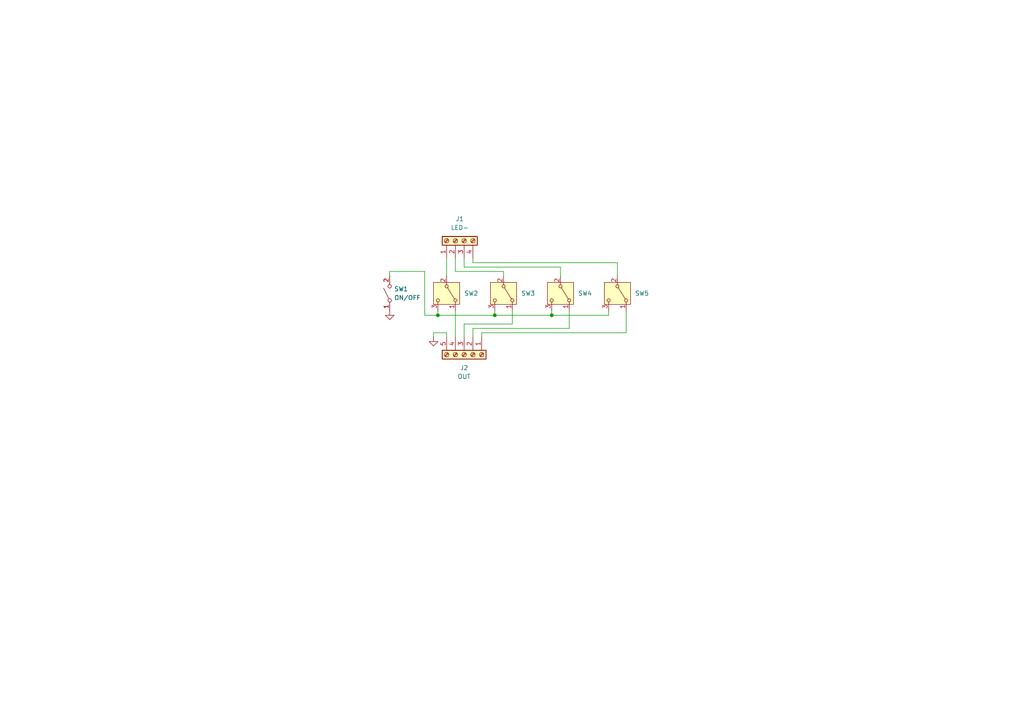
<source format=kicad_sch>
(kicad_sch (version 20231120) (generator "eeschema") (generator_version "8.0")
  (paper "A4")
  (title_block (title "Domoticata emergency switches panel") (date "2024-08-29") (rev "0.1") (company "Davide Scalisi"))
  (lib_symbols
    (symbol "Connector:Screw_Terminal_01x04" (pin_names (offset 1.016) hide)
      (property "Reference" "J" (at 0 5.08 0))
      (property "Value" "Screw_Terminal_01x04" (at 0 -7.62 0))
      (symbol "Screw_Terminal_01x04_1_1"
        (rectangle (start -1.27 3.81) (end 1.27 -6.35) (stroke (width 0.254)) (fill (type background)))
        (circle (center 0 -5.08) (radius 0.635) (stroke (width 0.1524)))
        (circle (center 0 -2.54) (radius 0.635) (stroke (width 0.1524)))
        (polyline (pts (xy -0.5334 -4.7498) (xy 0.3302 -5.588)) (stroke (width 0.1524)))
        (polyline (pts (xy -0.5334 -2.2098) (xy 0.3302 -3.048)) (stroke (width 0.1524)))
        (polyline (pts (xy -0.5334 0.3302) (xy 0.3302 -0.508)) (stroke (width 0.1524)))
        (polyline (pts (xy -0.5334 2.8702) (xy 0.3302 2.032)) (stroke (width 0.1524)))
        (polyline (pts (xy -0.3556 -4.572) (xy 0.508 -5.4102)) (stroke (width 0.1524)))
        (polyline (pts (xy -0.3556 -2.032) (xy 0.508 -2.8702)) (stroke (width 0.1524)))
        (polyline (pts (xy -0.3556 0.508) (xy 0.508 -0.3302)) (stroke (width 0.1524)))
        (polyline (pts (xy -0.3556 3.048) (xy 0.508 2.2098)) (stroke (width 0.1524)))
        (circle (center 0 0) (radius 0.635) (stroke (width 0.1524)))
        (circle (center 0 2.54) (radius 0.635) (stroke (width 0.1524)))
        (pin passive line (at -5.08 2.54 0) (length 3.81) (name "Pin_1") (number "1"))
        (pin passive line (at -5.08 0 0) (length 3.81) (name "Pin_2") (number "2"))
        (pin passive line (at -5.08 -2.54 0) (length 3.81) (name "Pin_3") (number "3"))
        (pin passive line (at -5.08 -5.08 0) (length 3.81) (name "Pin_4") (number "4"))
      )
    )
    (symbol "Connector:Screw_Terminal_01x05" (pin_names (offset 1.016) hide)
      (property "Reference" "J" (at 0 7.62 0))
      (property "Value" "Screw_Terminal_01x05" (at 0 -7.62 0))
      (symbol "Screw_Terminal_01x05_1_1"
        (rectangle (start -1.27 6.35) (end 1.27 -6.35) (stroke (width 0.254)) (fill (type background)))
        (circle (center 0 -5.08) (radius 0.635) (stroke (width 0.1524)))
        (circle (center 0 -2.54) (radius 0.635) (stroke (width 0.1524)))
        (polyline (pts (xy -0.5334 -4.7498) (xy 0.3302 -5.588)) (stroke (width 0.1524)))
        (polyline (pts (xy -0.5334 -2.2098) (xy 0.3302 -3.048)) (stroke (width 0.1524)))
        (polyline (pts (xy -0.5334 0.3302) (xy 0.3302 -0.508)) (stroke (width 0.1524)))
        (polyline (pts (xy -0.5334 2.8702) (xy 0.3302 2.032)) (stroke (width 0.1524)))
        (polyline (pts (xy -0.5334 5.4102) (xy 0.3302 4.572)) (stroke (width 0.1524)))
        (polyline (pts (xy -0.3556 -4.572) (xy 0.508 -5.4102)) (stroke (width 0.1524)))
        (polyline (pts (xy -0.3556 -2.032) (xy 0.508 -2.8702)) (stroke (width 0.1524)))
        (polyline (pts (xy -0.3556 0.508) (xy 0.508 -0.3302)) (stroke (width 0.1524)))
        (polyline (pts (xy -0.3556 3.048) (xy 0.508 2.2098)) (stroke (width 0.1524)))
        (polyline (pts (xy -0.3556 5.588) (xy 0.508 4.7498)) (stroke (width 0.1524)))
        (circle (center 0 0) (radius 0.635) (stroke (width 0.1524)))
        (circle (center 0 2.54) (radius 0.635) (stroke (width 0.1524)))
        (circle (center 0 5.08) (radius 0.635) (stroke (width 0.1524)))
        (pin passive line (at -5.08 5.08 0) (length 3.81) (name "Pin_1") (number "1"))
        (pin passive line (at -5.08 2.54 0) (length 3.81) (name "Pin_2") (number "2"))
        (pin passive line (at -5.08 0 0) (length 3.81) (name "Pin_3") (number "3"))
        (pin passive line (at -5.08 -2.54 0) (length 3.81) (name "Pin_4") (number "4"))
        (pin passive line (at -5.08 -5.08 0) (length 3.81) (name "Pin_5") (number "5"))
      )
    )
    (symbol "Switch:SW_SPDT" (pin_names (offset 0) hide)
      (property "Reference" "SW" (at 0 5.08 0))
      (property "Value" "SW_SPDT" (at 0 -5.08 0))
      (symbol "SW_SPDT_0_1"
        (circle (center -2.032 0) (radius 0.4572))
        (polyline (pts (xy -1.651 0.254) (xy 1.651 2.286)))
        (circle (center 2.032 -2.54) (radius 0.4572))
        (circle (center 2.032 2.54) (radius 0.4572))
      )
      (symbol "SW_SPDT_1_1"
        (rectangle (start -3.175 3.81) (end 3.175 -3.81) (fill (type background)))
        (pin passive line (at 5.08 2.54 180) (length 2.54) (name "A") (number "1"))
        (pin passive line (at -5.08 0 0) (length 2.54) (name "B") (number "2"))
        (pin passive line (at 5.08 -2.54 180) (length 2.54) (name "C") (number "3"))
      )
    )
    (symbol "Switch:SW_SPST" (pin_names (offset 0) hide)
      (property "Reference" "SW" (at 0 3.175 0))
      (property "Value" "SW_SPST" (at 0 -2.54 0))
      (symbol "SW_SPST_0_0"
        (circle (center -2.032 0) (radius 0.508))
        (polyline (pts (xy -1.524 0.254) (xy 1.524 1.778)))
        (circle (center 2.032 0) (radius 0.508))
      )
      (symbol "SW_SPST_1_1"
        (pin passive line (at -5.08 0 0) (length 2.54) (name "A") (number "1"))
        (pin passive line (at 5.08 0 180) (length 2.54) (name "B") (number "2"))
      )
    )
    (symbol "power:GND" (power) (pin_numbers hide) (pin_names (offset 0) hide)
      (property "Value" "GND" (at 0 -3.81 0))
      (symbol "GND_0_1"
        (polyline (pts (xy 0 0) (xy 0 -1.27) (xy 1.27 -1.27) (xy 0 -2.54) (xy -1.27 -1.27) (xy 0 -1.27)))
      )
      (symbol "GND_1_1"
        (pin power_in line (at 0 0 270) (length 0) (name "~") (number "1"))
      )
    )
  )
  (junction (at 143.51 91.44))
  (junction (at 127 91.44))
  (junction (at 160.02 91.44))
  (wire (pts (xy 113.03 78.74) (xy 113.03 80.01)))
  (wire (pts (xy 123.19 78.74) (xy 113.03 78.74)))
  (wire (pts (xy 127 91.44) (xy 143.51 91.44)))
  (wire (pts (xy 179.07 76.2) (xy 179.07 80.01)))
  (wire (pts (xy 137.16 95.25) (xy 165.1 95.25)))
  (wire (pts (xy 127 91.44) (xy 127 90.17)))
  (wire (pts (xy 139.7 96.52) (xy 181.61 96.52)))
  (wire (pts (xy 134.62 74.93) (xy 134.62 77.47)))
  (wire (pts (xy 125.73 97.79) (xy 125.73 96.52)))
  (wire (pts (xy 162.56 77.47) (xy 162.56 80.01)))
  (wire (pts (xy 160.02 91.44) (xy 176.53 91.44)))
  (wire (pts (xy 143.51 91.44) (xy 143.51 90.17)))
  (wire (pts (xy 123.19 91.44) (xy 123.19 78.74)))
  (wire (pts (xy 146.05 78.74) (xy 146.05 80.01)))
  (wire (pts (xy 134.62 77.47) (xy 162.56 77.47)))
  (wire (pts (xy 137.16 97.79) (xy 137.16 95.25)))
  (wire (pts (xy 137.16 74.93) (xy 137.16 76.2)))
  (wire (pts (xy 134.62 93.98) (xy 148.59 93.98)))
  (wire (pts (xy 132.08 90.17) (xy 132.08 97.79)))
  (wire (pts (xy 139.7 97.79) (xy 139.7 96.52)))
  (wire (pts (xy 125.73 96.52) (xy 129.54 96.52)))
  (wire (pts (xy 132.08 74.93) (xy 132.08 78.74)))
  (wire (pts (xy 137.16 76.2) (xy 179.07 76.2)))
  (wire (pts (xy 181.61 96.52) (xy 181.61 90.17)))
  (wire (pts (xy 129.54 96.52) (xy 129.54 97.79)))
  (wire (pts (xy 176.53 91.44) (xy 176.53 90.17)))
  (wire (pts (xy 165.1 95.25) (xy 165.1 90.17)))
  (wire (pts (xy 160.02 91.44) (xy 160.02 90.17)))
  (wire (pts (xy 134.62 97.79) (xy 134.62 93.98)))
  (wire (pts (xy 148.59 93.98) (xy 148.59 90.17)))
  (wire (pts (xy 143.51 91.44) (xy 160.02 91.44)))
  (wire (pts (xy 129.54 74.93) (xy 129.54 80.01)))
  (wire (pts (xy 132.08 78.74) (xy 146.05 78.74)))
  (wire (pts (xy 127 91.44) (xy 123.19 91.44)))
  (symbol (lib_id "Switch:SW_SPDT") (at 162.56 85.09 270) (unit 1)
    (property "Reference" "SW4" (at 167.64 85.0899 90) (effects (justify left)))
    (property "Value" "SW_SPDT" (effects (hide yes)))
    (property "Description" "Switch, single pole double throw" (effects (hide yes)))
  )
  (symbol (lib_id "Switch:SW_SPDT") (at 129.54 85.09 270) (unit 1)
    (property "Reference" "SW2" (at 134.62 85.0899 90) (effects (justify left)))
    (property "Value" "SW_SPDT" (effects (hide yes)))
    (property "Description" "Switch, single pole double throw" (effects (hide yes)))
  )
  (symbol (lib_id "Switch:SW_SPDT") (at 179.07 85.09 270) (unit 1)
    (property "Reference" "SW5" (at 184.15 85.0899 90) (effects (justify left)))
    (property "Value" "SW_SPDT" (effects (hide yes)))
    (property "Description" "Switch, single pole double throw" (effects (hide yes)))
  )
  (symbol (lib_id "Connector:Screw_Terminal_01x05") (at 134.62 102.87 270) (unit 1)
    (property "Reference" "J2" (at 134.62 106.68 90))
    (property "Value" "OUT" (at 134.62 109.22 90))
    (property "Description" "Generic screw terminal, single row, 01x05, script generated (kicad-library-utils/schlib/autogen/connector/)" (effects (hide yes)))
  )
  (symbol (lib_id "Switch:SW_SPST") (at 113.03 85.09 90) (unit 1)
    (property "Reference" "SW1" (at 114.3 83.8199 90) (effects (justify right)))
    (property "Value" "ON/OFF" (at 114.3 86.3599 90) (effects (justify right)))
    (property "Description" "Single Pole Single Throw (SPST) switch" (effects (hide yes)))
  )
  (symbol (lib_id "power:GND") (at 113.03 90.17 0) (unit 1)
    (property "Reference" "#PWR01" (effects (hide yes)))
    (property "Value" "GND" (effects (hide yes)))
    (property "Description" "Power symbol creates a global label with name \"GND\" , ground" (effects (hide yes)))
  )
  (symbol (lib_id "Switch:SW_SPDT") (at 146.05 85.09 270) (unit 1)
    (property "Reference" "SW3" (at 151.13 85.0899 90) (effects (justify left)))
    (property "Value" "SW_SPDT" (effects (hide yes)))
    (property "Description" "Switch, single pole double throw" (effects (hide yes)))
  )
  (symbol (lib_id "Connector:Screw_Terminal_01x04") (at 132.08 69.85 90) (unit 1)
    (property "Reference" "J1" (at 133.35 63.5 90))
    (property "Value" "LED-" (at 133.35 66.04 90))
    (property "Description" "Generic screw terminal, single row, 01x04, script generated (kicad-library-utils/schlib/autogen/connector/)" (effects (hide yes)))
  )
  (symbol (lib_id "power:GND") (at 125.73 97.79 0) (unit 1)
    (property "Reference" "#PWR02" (effects (hide yes)))
    (property "Value" "GND" (effects (hide yes)))
    (property "Description" "Power symbol creates a global label with name \"GND\" , ground" (effects (hide yes)))
  )
)
</source>
